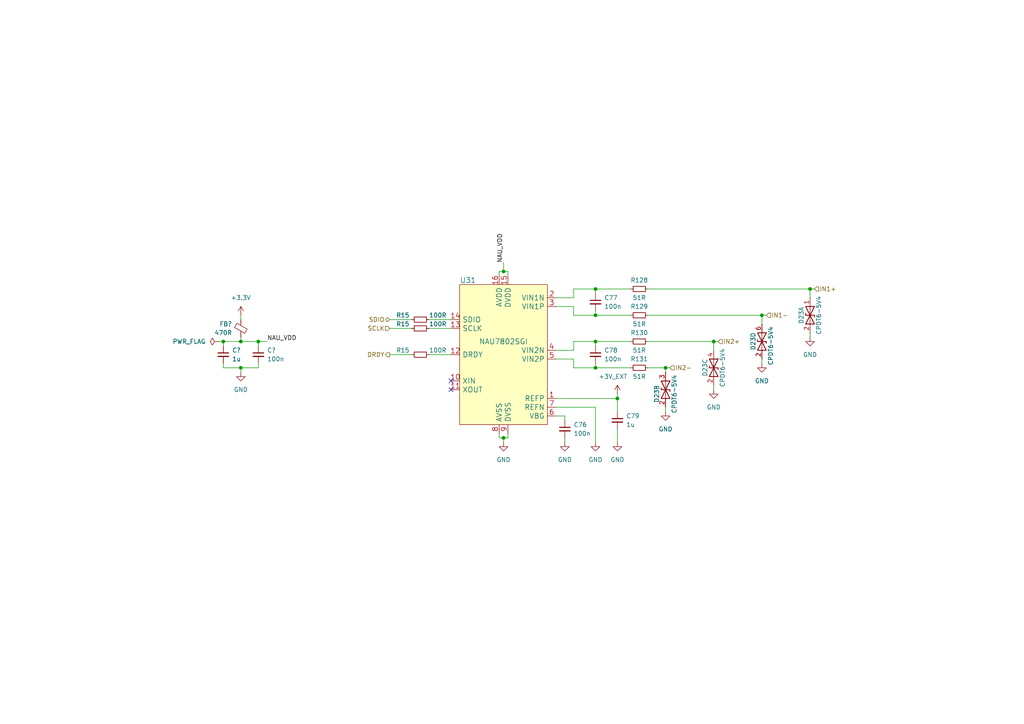
<source format=kicad_sch>
(kicad_sch (version 20230121) (generator eeschema)
  (paper "A4")
  (title_block (title "Suspension Load Cells") (date "2023-11-02") (rev "${REVISION}") (company "Author: I. Kajdan") (comment 1 "Reviewer:"))
  (lib_symbols
    (symbol "CPDT6-5V4-HF:CPDT6-5V4-HF" (pin_names hide)
      (property "Reference" "D" (at -2.54 5.08 0))
      (property "Value" "CPDT6-5V4-HF" (at 8.89 5.08 0))
      (symbol "CPDT6-5V4-HF_0_1"
        (polyline (pts (xy 0 -2.54) (xy 0 2.54)))
        (polyline (pts (xy 1.27 -0.508) (xy 1.27 0) (xy -1.27 0) (xy -1.27 0.508)) (stroke (width 0.254)))
        (polyline (pts (xy 1.27 2.54) (xy -1.27 2.54) (xy 1.27 -2.54) (xy -1.27 -2.54) (xy 1.27 2.54)) (stroke (width 0.254)))
      )
      (symbol "CPDT6-5V4-HF_1_1"
        (pin passive line (at 0 5.08 270) (length 2.54) (name "A1") (number "1"))
        (pin passive line (at 0 -5.08 90) (length 2.54) (name "A2") (number "2"))
        (pin passive line (at 0 -5.08 90) (length 2.54) hide (name "A5") (number "5"))
      )
      (symbol "CPDT6-5V4-HF_2_1"
        (pin passive line (at 0 -5.08 90) (length 2.54) (name "B2") (number "2"))
        (pin passive line (at 0 5.08 270) (length 2.54) (name "B3") (number "3"))
        (pin passive line (at 0 -5.08 90) (length 2.54) hide (name "B5") (number "5"))
      )
      (symbol "CPDT6-5V4-HF_3_1"
        (pin passive line (at 0 -5.08 90) (length 2.54) (name "C2") (number "2"))
        (pin passive line (at 0 5.08 270) (length 2.54) (name "C4") (number "4"))
        (pin passive line (at 0 -5.08 90) (length 2.54) hide (name "C5") (number "5"))
      )
      (symbol "CPDT6-5V4-HF_4_1"
        (pin passive line (at 0 -5.08 90) (length 2.54) (name "D2") (number "2"))
        (pin passive line (at 0 -5.08 90) (length 2.54) hide (name "D5") (number "5"))
        (pin passive line (at 0 5.08 270) (length 2.54) (name "D6") (number "6"))
      )
    )
    (symbol "Device:C_Small" (pin_numbers hide) (pin_names (offset 0.254) hide)
      (property "Reference" "C" (at 0.254 1.778 0))
      (property "Value" "C_Small" (at 0.254 -2.032 0))
      (symbol "C_Small_0_1"
        (polyline (pts (xy -1.524 -0.508) (xy 1.524 -0.508)) (stroke (width 0.3302)))
        (polyline (pts (xy -1.524 0.508) (xy 1.524 0.508)) (stroke (width 0.3048)))
      )
      (symbol "C_Small_1_1"
        (pin passive line (at 0 2.54 270) (length 2.032) (name "~") (number "1"))
        (pin passive line (at 0 -2.54 90) (length 2.032) (name "~") (number "2"))
      )
    )
    (symbol "Device:FerriteBead_Small" (pin_numbers hide) (pin_names (offset 0))
      (property "Reference" "FB" (at 1.905 1.27 0))
      (property "Value" "FerriteBead_Small" (at 1.905 -1.27 0))
      (symbol "FerriteBead_Small_0_1"
        (polyline (pts (xy 0 -1.27) (xy 0 -0.7874)))
        (polyline (pts (xy 0 0.889) (xy 0 1.2954)))
        (polyline (pts (xy -1.8288 0.2794) (xy -1.1176 1.4986) (xy 1.8288 -0.2032) (xy 1.1176 -1.4224) (xy -1.8288 0.2794)))
      )
      (symbol "FerriteBead_Small_1_1"
        (pin passive line (at 0 2.54 270) (length 1.27) (name "~") (number "1"))
        (pin passive line (at 0 -2.54 90) (length 1.27) (name "~") (number "2"))
      )
    )
    (symbol "Device:R_Small" (pin_numbers hide) (pin_names (offset 0.254) hide)
      (property "Reference" "R" (at 0.762 0.508 0))
      (property "Value" "R_Small" (at 0.762 -1.016 0))
      (symbol "R_Small_0_1"
        (rectangle (start -0.762 1.778) (end 0.762 -1.778) (stroke (width 0.2032)))
      )
      (symbol "R_Small_1_1"
        (pin passive line (at 0 2.54 270) (length 0.762) (name "~") (number "1"))
        (pin passive line (at 0 -2.54 90) (length 0.762) (name "~") (number "2"))
      )
    )
    (symbol "NAU7802SGI:NAU7802SGI" (pin_names (offset 0.762))
      (property "Reference" "U" (at -13.0949 21.59 0))
      (property "Value" "NAU7802SGI" (at 0.8751 3.81 0))
      (symbol "NAU7802SGI_1_1"
        (rectangle (start -12.7 20.32) (end 12.7 -20.32) (fill (type background)))
        (pin input line (at 15.24 -12.7 180) (length 2.54) (name "REFP") (number "1"))
        (pin input line (at -15.24 -7.62 0) (length 2.54) (name "XIN") (number "10"))
        (pin output line (at -15.24 -10.16 0) (length 2.54) (name "XOUT") (number "11"))
        (pin output line (at -15.24 0 0) (length 2.54) (name "DRDY") (number "12"))
        (pin input line (at -15.24 7.62 0) (length 2.54) (name "SCLK") (number "13"))
        (pin bidirectional line (at -15.24 10.16 0) (length 2.54) (name "SDIO") (number "14"))
        (pin power_in line (at 1.27 22.86 270) (length 2.54) (name "DVDD") (number "15"))
        (pin power_in line (at -1.27 22.86 270) (length 2.54) (name "AVDD") (number "16"))
        (pin input line (at 15.24 16.51 180) (length 2.54) (name "VIN1N") (number "2"))
        (pin input line (at 15.24 13.97 180) (length 2.54) (name "VIN1P") (number "3"))
        (pin input line (at 15.24 1.27 180) (length 2.54) (name "VIN2N") (number "4"))
        (pin input line (at 15.24 -1.27 180) (length 2.54) (name "VIN2P") (number "5"))
        (pin output line (at 15.24 -17.78 180) (length 2.54) (name "VBG") (number "6"))
        (pin input line (at 15.24 -15.24 180) (length 2.54) (name "REFN") (number "7"))
        (pin power_in line (at -1.27 -22.86 90) (length 2.54) (name "AVSS") (number "8"))
        (pin power_in line (at 1.27 -22.86 90) (length 2.54) (name "DVSS") (number "9"))
      )
    )
    (symbol "Power_Ports:+3V_EXT" (power) (pin_names (offset 0))
      (property "Value" "+3V_EXT" (at 0 5.08 0))
      (symbol "+3V_EXT_0_1"
        (polyline (pts (xy -0.762 1.27) (xy 0 2.54)))
        (polyline (pts (xy 0 0) (xy 0 2.54)))
        (polyline (pts (xy 0 2.54) (xy 0.762 1.27)))
      )
      (symbol "+3V_EXT_1_1"
        (pin power_in line (at 0 0 90) (length 0) hide (name "+3V_EXT") (number "1"))
      )
    )
    (symbol "power:+3.3V" (power) (pin_names (offset 0))
      (property "Value" "+3.3V" (at 0 3.556 0))
      (symbol "+3.3V_0_1"
        (polyline (pts (xy -0.762 1.27) (xy 0 2.54)))
        (polyline (pts (xy 0 0) (xy 0 2.54)))
        (polyline (pts (xy 0 2.54) (xy 0.762 1.27)))
      )
      (symbol "+3.3V_1_1"
        (pin power_in line (at 0 0 90) (length 0) hide (name "+3.3V") (number "1"))
      )
    )
    (symbol "power:GND" (power) (pin_names (offset 0))
      (property "Value" "GND" (at 0 -3.81 0))
      (symbol "GND_0_1"
        (polyline (pts (xy 0 0) (xy 0 -1.27) (xy 1.27 -1.27) (xy 0 -2.54) (xy -1.27 -1.27) (xy 0 -1.27)))
      )
      (symbol "GND_1_1"
        (pin power_in line (at 0 0 270) (length 0) hide (name "GND") (number "1"))
      )
    )
    (symbol "power:PWR_FLAG" (power) (pin_numbers hide) (pin_names (offset 0) hide)
      (property "Value" "PWR_FLAG" (at 0 3.81 0))
      (symbol "PWR_FLAG_0_0"
        (pin power_out line (at 0 0 90) (length 0) (name "pwr") (number "1"))
      )
      (symbol "PWR_FLAG_0_1"
        (polyline (pts (xy 0 0) (xy 0 1.27) (xy -1.016 1.905) (xy 0 2.54) (xy 1.016 1.905) (xy 0 1.27)))
      )
    )
  )
  (junction (at 172.72 106.68))
  (junction (at 172.72 99.06))
  (junction (at 146.05 78.74))
  (junction (at 146.05 127))
  (junction (at 69.85 106.68))
  (junction (at 69.85 99.06))
  (junction (at 179.07 115.57))
  (junction (at 64.77 99.06))
  (junction (at 172.72 83.82))
  (junction (at 74.93 99.06))
  (junction (at 172.72 91.44))
  (junction (at 220.98 91.44))
  (junction (at 234.95 83.82))
  (junction (at 193.04 106.68))
  (junction (at 207.01 99.06))
  (no_connect (at 130.81 110.49))
  (no_connect (at 130.81 113.03))
  (wire (pts (xy 64.77 99.06) (xy 69.85 99.06)))
  (wire (pts (xy 69.85 106.68) (xy 74.93 106.68)))
  (wire (pts (xy 144.78 78.74) (xy 146.05 78.74)))
  (wire (pts (xy 146.05 127) (xy 147.32 127)))
  (wire (pts (xy 166.37 88.9) (xy 166.37 91.44)))
  (wire (pts (xy 172.72 85.09) (xy 172.72 83.82)))
  (wire (pts (xy 166.37 106.68) (xy 172.72 106.68)))
  (wire (pts (xy 74.93 99.06) (xy 74.93 100.33)))
  (wire (pts (xy 166.37 101.6) (xy 166.37 99.06)))
  (wire (pts (xy 220.98 91.44) (xy 220.98 93.98)))
  (wire (pts (xy 187.96 106.68) (xy 193.04 106.68)))
  (wire (pts (xy 234.95 96.52) (xy 234.95 97.79)))
  (wire (pts (xy 63.5 99.06) (xy 64.77 99.06)))
  (wire (pts (xy 163.83 120.65) (xy 163.83 121.92)))
  (wire (pts (xy 124.46 102.87) (xy 130.81 102.87)))
  (wire (pts (xy 172.72 100.33) (xy 172.72 99.06)))
  (wire (pts (xy 161.29 101.6) (xy 166.37 101.6)))
  (wire (pts (xy 144.78 125.73) (xy 144.78 127)))
  (wire (pts (xy 234.95 83.82) (xy 236.22 83.82)))
  (wire (pts (xy 161.29 118.11) (xy 172.72 118.11)))
  (wire (pts (xy 113.03 102.87) (xy 119.38 102.87)))
  (wire (pts (xy 166.37 106.68) (xy 166.37 104.14)))
  (wire (pts (xy 147.32 80.01) (xy 147.32 78.74)))
  (wire (pts (xy 124.46 92.71) (xy 130.81 92.71)))
  (wire (pts (xy 69.85 91.44) (xy 69.85 92.71)))
  (wire (pts (xy 179.07 124.46) (xy 179.07 128.27)))
  (wire (pts (xy 166.37 88.9) (xy 161.29 88.9)))
  (wire (pts (xy 124.46 95.25) (xy 130.81 95.25)))
  (wire (pts (xy 113.03 92.71) (xy 119.38 92.71)))
  (wire (pts (xy 69.85 99.06) (xy 74.93 99.06)))
  (wire (pts (xy 69.85 107.95) (xy 69.85 106.68)))
  (wire (pts (xy 146.05 127) (xy 146.05 128.27)))
  (wire (pts (xy 207.01 99.06) (xy 207.01 101.6)))
  (wire (pts (xy 172.72 83.82) (xy 182.88 83.82)))
  (wire (pts (xy 146.05 78.74) (xy 147.32 78.74)))
  (wire (pts (xy 172.72 99.06) (xy 182.88 99.06)))
  (wire (pts (xy 64.77 106.68) (xy 64.77 105.41)))
  (wire (pts (xy 161.29 120.65) (xy 163.83 120.65)))
  (wire (pts (xy 144.78 127) (xy 146.05 127)))
  (wire (pts (xy 207.01 99.06) (xy 208.28 99.06)))
  (wire (pts (xy 187.96 99.06) (xy 207.01 99.06)))
  (wire (pts (xy 113.03 95.25) (xy 119.38 95.25)))
  (wire (pts (xy 172.72 105.41) (xy 172.72 106.68)))
  (wire (pts (xy 69.85 97.79) (xy 69.85 99.06)))
  (wire (pts (xy 74.93 105.41) (xy 74.93 106.68)))
  (wire (pts (xy 146.05 76.2) (xy 146.05 78.74)))
  (wire (pts (xy 220.98 104.14) (xy 220.98 105.41)))
  (wire (pts (xy 193.04 106.68) (xy 194.31 106.68)))
  (wire (pts (xy 172.72 118.11) (xy 172.72 128.27)))
  (wire (pts (xy 193.04 107.95) (xy 193.04 106.68)))
  (wire (pts (xy 64.77 99.06) (xy 64.77 100.33)))
  (wire (pts (xy 166.37 83.82) (xy 172.72 83.82)))
  (wire (pts (xy 161.29 115.57) (xy 179.07 115.57)))
  (wire (pts (xy 179.07 115.57) (xy 179.07 119.38)))
  (wire (pts (xy 187.96 83.82) (xy 234.95 83.82)))
  (wire (pts (xy 74.93 99.06) (xy 77.47 99.06)))
  (wire (pts (xy 166.37 86.36) (xy 166.37 83.82)))
  (wire (pts (xy 187.96 91.44) (xy 220.98 91.44)))
  (wire (pts (xy 163.83 127) (xy 163.83 128.27)))
  (wire (pts (xy 166.37 91.44) (xy 172.72 91.44)))
  (wire (pts (xy 144.78 80.01) (xy 144.78 78.74)))
  (wire (pts (xy 147.32 127) (xy 147.32 125.73)))
  (wire (pts (xy 172.72 90.17) (xy 172.72 91.44)))
  (wire (pts (xy 166.37 104.14) (xy 161.29 104.14)))
  (wire (pts (xy 172.72 91.44) (xy 182.88 91.44)))
  (wire (pts (xy 172.72 106.68) (xy 182.88 106.68)))
  (wire (pts (xy 161.29 86.36) (xy 166.37 86.36)))
  (wire (pts (xy 179.07 114.3) (xy 179.07 115.57)))
  (wire (pts (xy 193.04 118.11) (xy 193.04 119.38)))
  (wire (pts (xy 64.77 106.68) (xy 69.85 106.68)))
  (wire (pts (xy 166.37 99.06) (xy 172.72 99.06)))
  (wire (pts (xy 207.01 111.76) (xy 207.01 113.03)))
  (wire (pts (xy 220.98 91.44) (xy 222.25 91.44)))
  (wire (pts (xy 234.95 83.82) (xy 234.95 86.36)))
  (label "NAU_VDD" (at 77.47 99.06 0))
  (label "NAU_VDD" (at 146.05 76.2 90))
  (hierarchical_label "IN2+" (shape input) (at 208.28 99.06 0))
  (hierarchical_label "IN1-" (shape input) (at 222.25 91.44 0))
  (hierarchical_label "IN2-" (shape input) (at 194.31 106.68 0))
  (hierarchical_label "SCLK" (shape input) (at 113.03 95.25 180))
  (hierarchical_label "DRDY" (shape output) (at 113.03 102.87 180))
  (hierarchical_label "IN1+" (shape input) (at 236.22 83.82 0))
  (hierarchical_label "SDIO" (shape bidirectional) (at 113.03 92.71 180))
  (symbol (lib_id "Device:C_Small") (at 74.93 102.87 0) (unit 1)
    (property "Reference" "C?" (at 77.47 101.6 0) (effects (justify left)))
    (property "Value" "100n" (at 77.47 104.14 0) (effects (justify left)))
    (property "Footprint" "Capacitor_SMD:C_0603_1608Metric" (effects hide))
    (instances (project "rearbox" (path "" (reference "C?") (unit 1)) (path "" (reference "C28") (unit 1)) (path "" (reference "C30") (unit 1)) (path "" (reference "C75") (unit 1))))
  )
  (symbol (lib_id "Device:R_Small") (at 185.42 83.82 90) (unit 1)
    (property "Reference" "R128" (at 185.42 81.28 90))
    (property "Value" "51R" (at 185.42 86.36 90))
    (property "Footprint" "Resistor_SMD:R_0603_1608Metric" (effects hide))
    (instances (project "rearbox" (path "" (reference "R128") (unit 1))) (project "suspension_tension_meter" (path "" (reference "R9") (unit 1))))
  )
  (symbol (lib_id "Device:R_Small") (at 185.42 99.06 90) (unit 1)
    (property "Reference" "R130" (at 185.42 96.52 90))
    (property "Value" "51R" (at 185.42 101.6 90))
    (property "Footprint" "Resistor_SMD:R_0603_1608Metric" (effects hide))
    (instances (project "rearbox" (path "" (reference "R130") (unit 1))) (project "suspension_tension_meter" (path "" (reference "R9") (unit 1))))
  )
  (symbol (lib_id "Device:R_Small") (at 185.42 106.68 90) (unit 1)
    (property "Reference" "R131" (at 185.42 104.14 90))
    (property "Value" "51R" (at 185.42 109.22 90))
    (property "Footprint" "Resistor_SMD:R_0603_1608Metric" (effects hide))
    (instances (project "rearbox" (path "" (reference "R131") (unit 1))) (project "suspension_tension_meter" (path "" (reference "R10") (unit 1))))
  )
  (symbol (lib_id "NAU7802SGI:NAU7802SGI") (at 146.05 102.87 0) (unit 1)
    (property "Reference" "U31" (at 133.35 81.28 0) (effects (font (size 1.524 1.524)) (justify left)))
    (property "Value" "NAU7802SGI" (at 146.05 99.06 0) (effects (font (size 1.524 1.524))))
    (property "Footprint" "Package_SO:SOIC-16_3.9x9.9mm_P1.27mm" (effects hide))
    (property "Datasheet" "https://www.nuvoton.com/resource-files/NAU7802%20Data%20Sheet%20V1.7.pdf" (effects hide))
  )
  (symbol (lib_id "power:+3.3V") (at 69.85 91.44 0) (unit 1)
    (property "Reference" "#PWR012" (effects hide))
    (property "Value" "+3.3V" (at 69.85 86.36 0))
    (instances (project "rearbox" (path "" (reference "#PWR012") (unit 1)) (path "" (reference "#PWR0243") (unit 1))))
  )
  (symbol (lib_id "CPDT6-5V4-HF:CPDT6-5V4-HF") (at 207.01 106.68 0) (unit 3)
    (property "Reference" "D23" (at 204.47 109.22 90) (effects (justify left)))
    (property "Value" "CPDT6-5V4" (at 209.55 106.68 90))
    (property "Footprint" "Package_TO_SOT_SMD:SOT-23-6" (effects hide))
    (property "Datasheet" "https://www.comchiptech.com/admin/files/product/CPDT6-5V4-HF%20RevC831377.pdf" (effects hide))
  )
  (symbol (lib_id "Device:R_Small") (at 121.92 102.87 90) (mirror x) (unit 1)
    (property "Reference" "R15" (at 116.84 101.6 90))
    (property "Value" "100R" (at 127 101.6 90))
    (property "Footprint" "Resistor_SMD:R_0603_1608Metric" (effects hide))
    (instances (project "rearbox" (path "" (reference "R15") (unit 1)) (path "" (reference "R151") (unit 1)) (path "" (reference "R127") (unit 1))))
  )
  (symbol (lib_id "power:GND") (at 172.72 128.27 0) (unit 1)
    (property "Reference" "#PWR0247" (effects hide))
    (property "Value" "GND" (at 172.72 133.35 0))
    (instances (project "rearbox" (path "" (reference "#PWR0247") (unit 1))) (project "suspension_tension_meter" (path "" (reference "#PWR038") (unit 1))))
  )
  (symbol (lib_id "power:GND") (at 207.01 113.03 0) (unit 1)
    (property "Reference" "#PWR0251" (effects hide))
    (property "Value" "GND" (at 207.01 118.11 0))
    (instances (project "rearbox" (path "" (reference "#PWR0251") (unit 1))) (project "suspension_tension_meter" (path "" (reference "#PWR039") (unit 1))))
  )
  (symbol (lib_id "CPDT6-5V4-HF:CPDT6-5V4-HF") (at 193.04 113.03 0) (unit 2)
    (property "Reference" "D23" (at 190.5 116.84 90) (effects (justify left)))
    (property "Value" "CPDT6-5V4" (at 195.58 114.3 90))
    (property "Footprint" "Package_TO_SOT_SMD:SOT-23-6" (effects hide))
    (property "Datasheet" "https://www.comchiptech.com/admin/files/product/CPDT6-5V4-HF%20RevC831377.pdf" (effects hide))
  )
  (symbol (lib_id "Device:R_Small") (at 121.92 92.71 90) (mirror x) (unit 1)
    (property "Reference" "R15" (at 116.84 91.44 90))
    (property "Value" "100R" (at 127 91.44 90))
    (property "Footprint" "Resistor_SMD:R_0603_1608Metric" (effects hide))
    (instances (project "rearbox" (path "" (reference "R15") (unit 1)) (path "" (reference "R151") (unit 1)) (path "" (reference "R125") (unit 1))))
  )
  (symbol (lib_id "power:GND") (at 179.07 128.27 0) (unit 1)
    (property "Reference" "#PWR0249" (effects hide))
    (property "Value" "GND" (at 179.07 133.35 0))
    (instances (project "rearbox" (path "" (reference "#PWR0249") (unit 1))) (project "suspension_tension_meter" (path "" (reference "#PWR039") (unit 1))))
  )
  (symbol (lib_id "power:GND") (at 69.85 107.95 0) (unit 1)
    (property "Reference" "#PWR?" (effects hide))
    (property "Value" "GND" (at 69.85 113.03 0))
    (instances (project "rearbox" (path "" (reference "#PWR?") (unit 1)) (path "" (reference "#PWR059") (unit 1)) (path "" (reference "#PWR065") (unit 1)) (path "" (reference "#PWR0244") (unit 1))))
  )
  (symbol (lib_id "Device:C_Small") (at 64.77 102.87 0) (unit 1)
    (property "Reference" "C?" (at 67.31 101.6 0) (effects (justify left)))
    (property "Value" "1u" (at 67.31 104.14 0) (effects (justify left)))
    (property "Footprint" "Capacitor_SMD:C_0603_1608Metric" (effects hide))
    (instances (project "rearbox" (path "" (reference "C?") (unit 1)) (path "" (reference "C28") (unit 1)) (path "" (reference "C30") (unit 1)) (path "" (reference "C74") (unit 1))))
  )
  (symbol (lib_id "power:GND") (at 220.98 105.41 0) (unit 1)
    (property "Reference" "#PWR0252" (effects hide))
    (property "Value" "GND" (at 220.98 110.49 0))
    (instances (project "rearbox" (path "" (reference "#PWR0252") (unit 1))) (project "suspension_tension_meter" (path "" (reference "#PWR039") (unit 1))))
  )
  (symbol (lib_id "CPDT6-5V4-HF:CPDT6-5V4-HF") (at 220.98 99.06 0) (unit 4)
    (property "Reference" "D23" (at 218.44 101.6 90) (effects (justify left)))
    (property "Value" "CPDT6-5V4" (at 223.52 100.33 90))
    (property "Footprint" "Package_TO_SOT_SMD:SOT-23-6" (effects hide))
    (property "Datasheet" "https://www.comchiptech.com/admin/files/product/CPDT6-5V4-HF%20RevC831377.pdf" (effects hide))
  )
  (symbol (lib_id "Device:C_Small") (at 172.72 102.87 0) (unit 1)
    (property "Reference" "C78" (at 175.26 101.6062 0) (effects (justify left)))
    (property "Value" "100n" (at 175.26 104.1462 0) (effects (justify left)))
    (property "Footprint" "Capacitor_SMD:C_0603_1608Metric" (effects hide))
    (instances (project "rearbox" (path "" (reference "C78") (unit 1))) (project "suspension_tension_meter" (path "" (reference "C18") (unit 1))))
  )
  (symbol (lib_id "power:PWR_FLAG") (at 63.5 99.06 90) (unit 1)
    (property "Reference" "#FLG012" (effects hide))
    (property "Value" "PWR_FLAG" (at 59.69 99.06 90) (effects (justify left)))
    (instances (project "rearbox" (path "" (reference "#FLG012") (unit 1)) (path "" (reference "#FLG010") (unit 1)) (path "" (reference "#FLG016") (unit 1))))
  )
  (symbol (lib_id "power:GND") (at 193.04 119.38 0) (unit 1)
    (property "Reference" "#PWR0250" (effects hide))
    (property "Value" "GND" (at 193.04 124.46 0))
    (instances (project "rearbox" (path "" (reference "#PWR0250") (unit 1))) (project "suspension_tension_meter" (path "" (reference "#PWR039") (unit 1))))
  )
  (symbol (lib_id "Device:C_Small") (at 163.83 124.46 0) (unit 1)
    (property "Reference" "C76" (at 166.37 123.1962 0) (effects (justify left)))
    (property "Value" "100n" (at 166.37 125.7362 0) (effects (justify left)))
    (property "Footprint" "Capacitor_SMD:C_0603_1608Metric" (effects hide))
    (instances (project "rearbox" (path "" (reference "C76") (unit 1))) (project "suspension_tension_meter" (path "" (reference "C21") (unit 1))))
  )
  (symbol (lib_id "CPDT6-5V4-HF:CPDT6-5V4-HF") (at 234.95 91.44 0) (unit 1)
    (property "Reference" "D23" (at 232.41 93.98 90) (effects (justify left)))
    (property "Value" "CPDT6-5V4" (at 237.49 91.44 90))
    (property "Footprint" "Package_TO_SOT_SMD:SOT-23-6" (effects hide))
    (property "Datasheet" "https://www.comchiptech.com/admin/files/product/CPDT6-5V4-HF%20RevC831377.pdf" (effects hide))
  )
  (symbol (lib_id "Device:C_Small") (at 179.07 121.92 0) (unit 1)
    (property "Reference" "C79" (at 181.61 120.65 0) (effects (justify left)))
    (property "Value" "1u" (at 181.61 123.19 0) (effects (justify left)))
    (property "Footprint" "Capacitor_SMD:C_0603_1608Metric" (effects hide))
    (instances (project "rearbox" (path "" (reference "C79") (unit 1))) (project "suspension_tension_meter" (path "" (reference "C20") (unit 1))))
  )
  (symbol (lib_id "Device:FerriteBead_Small") (at 69.85 95.25 0) (unit 1)
    (property "Reference" "FB?" (at 67.31 93.98 0) (effects (justify right)))
    (property "Value" "470R" (at 67.31 96.52 0) (effects (justify right)))
    (property "Footprint" "Inductor_SMD:L_0603_1608Metric" (effects hide))
    (instances (project "rearbox" (path "" (reference "FB?") (unit 1)) (path "" (reference "FB3") (unit 1)) (path "" (reference "FB5") (unit 1)) (path "" (reference "FB7") (unit 1))))
  )
  (symbol (lib_id "Device:R_Small") (at 185.42 91.44 90) (unit 1)
    (property "Reference" "R129" (at 185.42 88.9 90))
    (property "Value" "51R" (at 185.42 93.98 90))
    (property "Footprint" "Resistor_SMD:R_0603_1608Metric" (effects hide))
    (instances (project "rearbox" (path "" (reference "R129") (unit 1))) (project "suspension_tension_meter" (path "" (reference "R10") (unit 1))))
  )
  (symbol (lib_id "power:GND") (at 163.83 128.27 0) (unit 1)
    (property "Reference" "#PWR0246" (effects hide))
    (property "Value" "GND" (at 163.83 133.35 0))
    (instances (project "rearbox" (path "" (reference "#PWR0246") (unit 1))) (project "suspension_tension_meter" (path "" (reference "#PWR037") (unit 1))))
  )
  (symbol (lib_id "power:GND") (at 146.05 128.27 0) (unit 1)
    (property "Reference" "#PWR?" (effects hide))
    (property "Value" "GND" (at 146.05 133.35 0))
    (instances (project "rearbox" (path "" (reference "#PWR?") (unit 1)) (path "" (reference "#PWR0107") (unit 1)) (path "" (reference "#PWR0245") (unit 1))))
  )
  (symbol (lib_id "Device:R_Small") (at 121.92 95.25 90) (mirror x) (unit 1)
    (property "Reference" "R15" (at 116.84 93.98 90))
    (property "Value" "100R" (at 127 93.98 90))
    (property "Footprint" "Resistor_SMD:R_0603_1608Metric" (effects hide))
    (instances (project "rearbox" (path "" (reference "R15") (unit 1)) (path "" (reference "R151") (unit 1)) (path "" (reference "R126") (unit 1))))
  )
  (symbol (lib_id "Power_Ports:+3V_EXT") (at 179.07 114.3 0) (unit 1)
    (property "Reference" "PWR01" (effects hide))
    (property "Value" "+3V_EXT" (at 177.8 109.22 0))
    (instances (project "rearbox" (path "" (reference "PWR01") (unit 1)) (path "" (reference "#PWR0248") (unit 1))))
  )
  (symbol (lib_id "Device:C_Small") (at 172.72 87.63 0) (unit 1)
    (property "Reference" "C77" (at 175.26 86.3662 0) (effects (justify left)))
    (property "Value" "100n" (at 175.26 88.9062 0) (effects (justify left)))
    (property "Footprint" "Capacitor_SMD:C_0603_1608Metric" (effects hide))
    (instances (project "rearbox" (path "" (reference "C77") (unit 1))) (project "suspension_tension_meter" (path "" (reference "C18") (unit 1))))
  )
  (symbol (lib_id "power:GND") (at 234.95 97.79 0) (unit 1)
    (property "Reference" "#PWR0253" (effects hide))
    (property "Value" "GND" (at 234.95 102.87 0))
    (instances (project "rearbox" (path "" (reference "#PWR0253") (unit 1))) (project "suspension_tension_meter" (path "" (reference "#PWR039") (unit 1))))
  )
)
</source>
